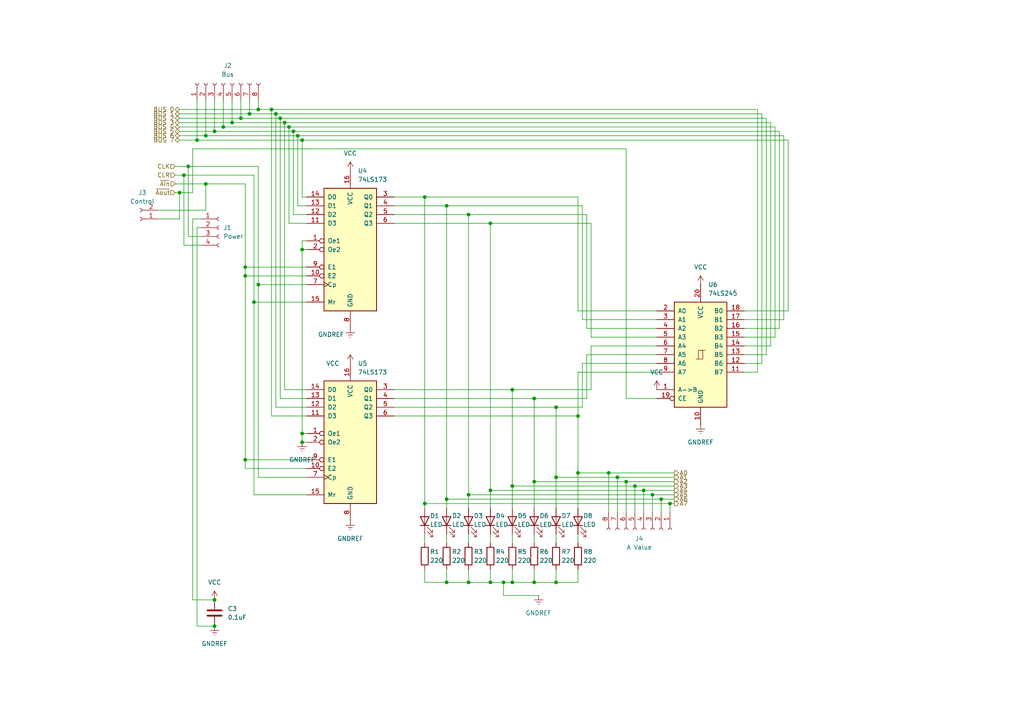
<source format=kicad_sch>
(kicad_sch (version 20231120) (generator "eeschema") (generator_version "8.0")
  (paper "A4")
  (lib_symbols
    (symbol "74xx:74LS173" (pin_names (offset 1.016))
      (property "Reference" "U" (at -7.62 19.05 0))
      (property "Value" "74LS173" (at -7.62 -19.05 0))
      (symbol "74LS173_1_0"
        (pin input inverted (at -12.7 2.54 0) (length 5.08) (name "Oe1") (number "1"))
        (pin input inverted (at -12.7 -7.62 0) (length 5.08) (name "E2") (number "10"))
        (pin input line (at -12.7 7.62 0) (length 5.08) (name "D3") (number "11"))
        (pin input line (at -12.7 10.16 0) (length 5.08) (name "D2") (number "12"))
        (pin input line (at -12.7 12.7 0) (length 5.08) (name "D1") (number "13"))
        (pin input line (at -12.7 15.24 0) (length 5.08) (name "D0") (number "14"))
        (pin input line (at -12.7 -15.24 0) (length 5.08) (name "Mr") (number "15"))
        (pin power_in line (at 0 22.86 270) (length 5.08) (name "VCC") (number "16"))
        (pin input inverted (at -12.7 0 0) (length 5.08) (name "Oe2") (number "2"))
        (pin tri_state line (at 12.7 15.24 180) (length 5.08) (name "Q0") (number "3"))
        (pin tri_state line (at 12.7 12.7 180) (length 5.08) (name "Q1") (number "4"))
        (pin tri_state line (at 12.7 10.16 180) (length 5.08) (name "Q2") (number "5"))
        (pin tri_state line (at 12.7 7.62 180) (length 5.08) (name "Q3") (number "6"))
        (pin input clock (at -12.7 -10.16 0) (length 5.08) (name "Cp") (number "7"))
        (pin power_in line (at 0 -22.86 90) (length 5.08) (name "GND") (number "8"))
        (pin input inverted (at -12.7 -5.08 0) (length 5.08) (name "E1") (number "9"))
      )
      (symbol "74LS173_1_1"
        (rectangle (start -7.62 17.78) (end 7.62 -17.78) (stroke (width 0.254)) (fill (type background)))
      )
    )
    (symbol "74xx:74LS245" (pin_names (offset 1.016))
      (property "Reference" "U" (at -7.62 16.51 0))
      (property "Value" "74LS245" (at -7.62 -16.51 0))
      (symbol "74LS245_1_0"
        (polyline (pts (xy -0.635 -1.27) (xy -0.635 1.27) (xy 0.635 1.27)))
        (polyline (pts (xy -1.27 -1.27) (xy 0.635 -1.27) (xy 0.635 1.27) (xy 1.27 1.27)))
        (pin input line (at -12.7 -10.16 0) (length 5.08) (name "A->B") (number "1"))
        (pin power_in line (at 0 -20.32 90) (length 5.08) (name "GND") (number "10"))
        (pin tri_state line (at 12.7 -5.08 180) (length 5.08) (name "B7") (number "11"))
        (pin tri_state line (at 12.7 -2.54 180) (length 5.08) (name "B6") (number "12"))
        (pin tri_state line (at 12.7 0 180) (length 5.08) (name "B5") (number "13"))
        (pin tri_state line (at 12.7 2.54 180) (length 5.08) (name "B4") (number "14"))
        (pin tri_state line (at 12.7 5.08 180) (length 5.08) (name "B3") (number "15"))
        (pin tri_state line (at 12.7 7.62 180) (length 5.08) (name "B2") (number "16"))
        (pin tri_state line (at 12.7 10.16 180) (length 5.08) (name "B1") (number "17"))
        (pin tri_state line (at 12.7 12.7 180) (length 5.08) (name "B0") (number "18"))
        (pin input inverted (at -12.7 -12.7 0) (length 5.08) (name "CE") (number "19"))
        (pin tri_state line (at -12.7 12.7 0) (length 5.08) (name "A0") (number "2"))
        (pin power_in line (at 0 20.32 270) (length 5.08) (name "VCC") (number "20"))
        (pin tri_state line (at -12.7 10.16 0) (length 5.08) (name "A1") (number "3"))
        (pin tri_state line (at -12.7 7.62 0) (length 5.08) (name "A2") (number "4"))
        (pin tri_state line (at -12.7 5.08 0) (length 5.08) (name "A3") (number "5"))
        (pin tri_state line (at -12.7 2.54 0) (length 5.08) (name "A4") (number "6"))
        (pin tri_state line (at -12.7 0 0) (length 5.08) (name "A5") (number "7"))
        (pin tri_state line (at -12.7 -2.54 0) (length 5.08) (name "A6") (number "8"))
        (pin tri_state line (at -12.7 -5.08 0) (length 5.08) (name "A7") (number "9"))
      )
      (symbol "74LS245_1_1"
        (rectangle (start -7.62 15.24) (end 7.62 -15.24) (stroke (width 0.254)) (fill (type background)))
      )
    )
    (symbol "Connector:Conn_01x02_Socket" (pin_names (offset 1.016) hide)
      (property "Reference" "J" (at 0 2.54 0))
      (property "Value" "Conn_01x02_Socket" (at 0 -5.08 0))
      (symbol "Conn_01x02_Socket_1_1"
        (arc (start 0 -2.032) (mid -0.5058 -2.54) (end 0 -3.048) (stroke (width 0.1524)))
        (polyline (pts (xy -1.27 -2.54) (xy -0.508 -2.54)) (stroke (width 0.1524)))
        (polyline (pts (xy -1.27 0) (xy -0.508 0)) (stroke (width 0.1524)))
        (arc (start 0 0.508) (mid -0.5058 0) (end 0 -0.508) (stroke (width 0.1524)))
        (pin passive line (at -5.08 0 0) (length 3.81) (name "Pin_1") (number "1"))
        (pin passive line (at -5.08 -2.54 0) (length 3.81) (name "Pin_2") (number "2"))
      )
    )
    (symbol "Connector:Conn_01x04_Socket" (pin_names (offset 1.016) hide)
      (property "Reference" "J" (at 0 5.08 0))
      (property "Value" "Conn_01x04_Socket" (at 0 -7.62 0))
      (symbol "Conn_01x04_Socket_1_1"
        (arc (start 0 -4.572) (mid -0.5058 -5.08) (end 0 -5.588) (stroke (width 0.1524)))
        (arc (start 0 -2.032) (mid -0.5058 -2.54) (end 0 -3.048) (stroke (width 0.1524)))
        (polyline (pts (xy -1.27 -5.08) (xy -0.508 -5.08)) (stroke (width 0.1524)))
        (polyline (pts (xy -1.27 -2.54) (xy -0.508 -2.54)) (stroke (width 0.1524)))
        (polyline (pts (xy -1.27 0) (xy -0.508 0)) (stroke (width 0.1524)))
        (polyline (pts (xy -1.27 2.54) (xy -0.508 2.54)) (stroke (width 0.1524)))
        (arc (start 0 0.508) (mid -0.5058 0) (end 0 -0.508) (stroke (width 0.1524)))
        (arc (start 0 3.048) (mid -0.5058 2.54) (end 0 2.032) (stroke (width 0.1524)))
        (pin passive line (at -5.08 2.54 0) (length 3.81) (name "Pin_1") (number "1"))
        (pin passive line (at -5.08 0 0) (length 3.81) (name "Pin_2") (number "2"))
        (pin passive line (at -5.08 -2.54 0) (length 3.81) (name "Pin_3") (number "3"))
        (pin passive line (at -5.08 -5.08 0) (length 3.81) (name "Pin_4") (number "4"))
      )
    )
    (symbol "Connector:Conn_01x08_Socket" (pin_names (offset 1.016) hide)
      (property "Reference" "J" (at 0 10.16 0))
      (property "Value" "Conn_01x08_Socket" (at 0 -12.7 0))
      (symbol "Conn_01x08_Socket_1_1"
        (arc (start 0 -9.652) (mid -0.5058 -10.16) (end 0 -10.668) (stroke (width 0.1524)))
        (arc (start 0 -7.112) (mid -0.5058 -7.62) (end 0 -8.128) (stroke (width 0.1524)))
        (arc (start 0 -4.572) (mid -0.5058 -5.08) (end 0 -5.588) (stroke (width 0.1524)))
        (arc (start 0 -2.032) (mid -0.5058 -2.54) (end 0 -3.048) (stroke (width 0.1524)))
        (polyline (pts (xy -1.27 -10.16) (xy -0.508 -10.16)) (stroke (width 0.1524)))
        (polyline (pts (xy -1.27 -7.62) (xy -0.508 -7.62)) (stroke (width 0.1524)))
        (polyline (pts (xy -1.27 -5.08) (xy -0.508 -5.08)) (stroke (width 0.1524)))
        (polyline (pts (xy -1.27 -2.54) (xy -0.508 -2.54)) (stroke (width 0.1524)))
        (polyline (pts (xy -1.27 0) (xy -0.508 0)) (stroke (width 0.1524)))
        (polyline (pts (xy -1.27 2.54) (xy -0.508 2.54)) (stroke (width 0.1524)))
        (polyline (pts (xy -1.27 5.08) (xy -0.508 5.08)) (stroke (width 0.1524)))
        (polyline (pts (xy -1.27 7.62) (xy -0.508 7.62)) (stroke (width 0.1524)))
        (arc (start 0 0.508) (mid -0.5058 0) (end 0 -0.508) (stroke (width 0.1524)))
        (arc (start 0 3.048) (mid -0.5058 2.54) (end 0 2.032) (stroke (width 0.1524)))
        (arc (start 0 5.588) (mid -0.5058 5.08) (end 0 4.572) (stroke (width 0.1524)))
        (arc (start 0 8.128) (mid -0.5058 7.62) (end 0 7.112) (stroke (width 0.1524)))
        (pin passive line (at -5.08 7.62 0) (length 3.81) (name "Pin_1") (number "1"))
        (pin passive line (at -5.08 5.08 0) (length 3.81) (name "Pin_2") (number "2"))
        (pin passive line (at -5.08 2.54 0) (length 3.81) (name "Pin_3") (number "3"))
        (pin passive line (at -5.08 0 0) (length 3.81) (name "Pin_4") (number "4"))
        (pin passive line (at -5.08 -2.54 0) (length 3.81) (name "Pin_5") (number "5"))
        (pin passive line (at -5.08 -5.08 0) (length 3.81) (name "Pin_6") (number "6"))
        (pin passive line (at -5.08 -7.62 0) (length 3.81) (name "Pin_7") (number "7"))
        (pin passive line (at -5.08 -10.16 0) (length 3.81) (name "Pin_8") (number "8"))
      )
    )
    (symbol "Device:C" (pin_numbers hide) (pin_names (offset 0.254))
      (property "Reference" "C" (at 0.635 2.54 0))
      (property "Value" "C" (at 0.635 -2.54 0))
      (symbol "C_0_1"
        (polyline (pts (xy -2.032 -0.762) (xy 2.032 -0.762)) (stroke (width 0.508)))
        (polyline (pts (xy -2.032 0.762) (xy 2.032 0.762)) (stroke (width 0.508)))
      )
      (symbol "C_1_1"
        (pin passive line (at 0 3.81 270) (length 2.794) (name "~") (number "1"))
        (pin passive line (at 0 -3.81 90) (length 2.794) (name "~") (number "2"))
      )
    )
    (symbol "Device:LED" (pin_numbers hide) (pin_names (offset 1.016) hide)
      (property "Reference" "D" (at 0 2.54 0))
      (property "Value" "LED" (at 0 -2.54 0))
      (symbol "LED_0_1"
        (polyline (pts (xy -1.27 -1.27) (xy -1.27 1.27)) (stroke (width 0.254)))
        (polyline (pts (xy -1.27 0) (xy 1.27 0)))
        (polyline (pts (xy 1.27 -1.27) (xy 1.27 1.27) (xy -1.27 0) (xy 1.27 -1.27)) (stroke (width 0.254)))
        (polyline (pts (xy -3.048 -0.762) (xy -4.572 -2.286) (xy -3.81 -2.286) (xy -4.572 -2.286) (xy -4.572 -1.524)))
        (polyline (pts (xy -1.778 -0.762) (xy -3.302 -2.286) (xy -2.54 -2.286) (xy -3.302 -2.286) (xy -3.302 -1.524)))
      )
      (symbol "LED_1_1"
        (pin passive line (at -3.81 0 0) (length 2.54) (name "K") (number "1"))
        (pin passive line (at 3.81 0 180) (length 2.54) (name "A") (number "2"))
      )
    )
    (symbol "Device:R" (pin_numbers hide) (pin_names (offset 0))
      (property "Reference" "R" (at 2.032 0 90))
      (property "Value" "R" (at 0 0 90))
      (symbol "R_0_1"
        (rectangle (start -1.016 -2.54) (end 1.016 2.54) (stroke (width 0.254)))
      )
      (symbol "R_1_1"
        (pin passive line (at 0 3.81 270) (length 1.27) (name "~") (number "1"))
        (pin passive line (at 0 -3.81 90) (length 1.27) (name "~") (number "2"))
      )
    )
    (symbol "power:GNDREF" (power) (pin_numbers hide) (pin_names (offset 0) hide)
      (property "Value" "GNDREF" (at 0 -3.81 0))
      (symbol "GNDREF_0_1"
        (polyline (pts (xy -0.635 -1.905) (xy 0.635 -1.905)))
        (polyline (pts (xy -0.127 -2.54) (xy 0.127 -2.54)))
        (polyline (pts (xy 0 -1.27) (xy 0 0)))
        (polyline (pts (xy 1.27 -1.27) (xy -1.27 -1.27)))
      )
      (symbol "GNDREF_1_1"
        (pin power_in line (at 0 0 270) (length 0) (name "~") (number "1"))
      )
    )
    (symbol "power:VCC" (power) (pin_numbers hide) (pin_names (offset 0) hide)
      (property "Value" "VCC" (at 0 3.556 0))
      (symbol "VCC_0_1"
        (polyline (pts (xy -0.762 1.27) (xy 0 2.54)))
        (polyline (pts (xy 0 0) (xy 0 2.54)))
        (polyline (pts (xy 0 2.54) (xy 0.762 1.27)))
      )
      (symbol "VCC_1_1"
        (pin power_in line (at 0 0 90) (length 0) (name "~") (number "1"))
      )
    )
  )
  (junction (at 167.64 137.16))
  (junction (at 62.23 173.99))
  (junction (at 71.12 77.47))
  (junction (at 135.89 168.91))
  (junction (at 161.29 118.11))
  (junction (at 52.07 55.88))
  (junction (at 64.77 36.83))
  (junction (at 123.19 146.05))
  (junction (at 85.09 38.1))
  (junction (at 154.94 139.7))
  (junction (at 142.24 64.77))
  (junction (at 161.29 138.43))
  (junction (at 81.28 34.29))
  (junction (at 69.85 34.29))
  (junction (at 142.24 168.91))
  (junction (at 78.74 31.75))
  (junction (at 191.77 144.78))
  (junction (at 146.05 168.91))
  (junction (at 71.12 133.35))
  (junction (at 86.36 39.37))
  (junction (at 179.07 138.43))
  (junction (at 82.55 35.56))
  (junction (at 184.15 140.97))
  (junction (at 135.89 143.51))
  (junction (at 161.29 168.91))
  (junction (at 142.24 142.24))
  (junction (at 148.59 113.03))
  (junction (at 189.23 143.51))
  (junction (at 53.34 50.8))
  (junction (at 129.54 59.69))
  (junction (at 54.61 48.26))
  (junction (at 186.69 142.24))
  (junction (at 83.82 36.83))
  (junction (at 73.66 87.63))
  (junction (at 176.53 137.16))
  (junction (at 72.39 33.02))
  (junction (at 148.59 168.91))
  (junction (at 87.63 128.27))
  (junction (at 57.15 40.64))
  (junction (at 87.63 125.73))
  (junction (at 135.89 62.23))
  (junction (at 87.63 40.64))
  (junction (at 181.61 139.7))
  (junction (at 74.93 31.75))
  (junction (at 154.94 168.91))
  (junction (at 62.23 181.61))
  (junction (at 167.64 120.65))
  (junction (at 74.93 82.55))
  (junction (at 59.69 39.37))
  (junction (at 194.31 146.05))
  (junction (at 129.54 168.91))
  (junction (at 67.31 35.56))
  (junction (at 80.01 33.02))
  (junction (at 87.63 72.39))
  (junction (at 148.59 140.97))
  (junction (at 59.69 53.34))
  (junction (at 123.19 57.15))
  (junction (at 129.54 144.78))
  (junction (at 62.23 38.1))
  (junction (at 154.94 115.57))
  (junction (at 71.12 80.01))
  (wire (pts (xy 82.55 35.56) (xy 223.52 35.56)))
  (wire (pts (xy 176.53 137.16) (xy 176.53 148.59)))
  (wire (pts (xy 67.31 35.56) (xy 82.55 35.56)))
  (wire (pts (xy 71.12 77.47) (xy 71.12 80.01)))
  (wire (pts (xy 87.63 125.73) (xy 87.63 128.27)))
  (wire (pts (xy 74.93 48.26) (xy 74.93 82.55)))
  (wire (pts (xy 57.15 181.61) (xy 62.23 181.61)))
  (wire (pts (xy 114.3 113.03) (xy 148.59 113.03)))
  (wire (pts (xy 142.24 142.24) (xy 186.69 142.24)))
  (wire (pts (xy 170.18 95.25) (xy 170.18 62.23)))
  (wire (pts (xy 52.07 33.02) (xy 72.39 33.02)))
  (wire (pts (xy 50.8 53.34) (xy 59.69 53.34)))
  (wire (pts (xy 154.94 165.1) (xy 154.94 168.91)))
  (wire (pts (xy 181.61 139.7) (xy 195.58 139.7)))
  (wire (pts (xy 52.07 34.29) (xy 69.85 34.29)))
  (wire (pts (xy 167.64 90.17) (xy 190.5 90.17)))
  (wire (pts (xy 135.89 154.94) (xy 135.89 157.48)))
  (wire (pts (xy 154.94 168.91) (xy 148.59 168.91)))
  (wire (pts (xy 59.69 39.37) (xy 86.36 39.37)))
  (wire (pts (xy 78.74 120.65) (xy 78.74 31.75)))
  (wire (pts (xy 135.89 62.23) (xy 135.89 143.51)))
  (wire (pts (xy 179.07 148.59) (xy 179.07 138.43)))
  (wire (pts (xy 142.24 64.77) (xy 171.45 64.77)))
  (wire (pts (xy 87.63 72.39) (xy 87.63 125.73)))
  (wire (pts (xy 85.09 38.1) (xy 226.06 38.1)))
  (wire (pts (xy 167.64 137.16) (xy 176.53 137.16)))
  (wire (pts (xy 129.54 59.69) (xy 168.91 59.69)))
  (wire (pts (xy 189.23 148.59) (xy 189.23 143.51)))
  (wire (pts (xy 55.88 43.18) (xy 55.88 55.88)))
  (wire (pts (xy 71.12 53.34) (xy 71.12 77.47)))
  (wire (pts (xy 135.89 143.51) (xy 135.89 147.32)))
  (wire (pts (xy 87.63 72.39) (xy 88.9 72.39)))
  (wire (pts (xy 170.18 95.25) (xy 190.5 95.25)))
  (wire (pts (xy 129.54 154.94) (xy 129.54 157.48)))
  (wire (pts (xy 129.54 144.78) (xy 129.54 147.32)))
  (wire (pts (xy 171.45 64.77) (xy 171.45 97.79)))
  (wire (pts (xy 154.94 115.57) (xy 154.94 139.7)))
  (wire (pts (xy 52.07 39.37) (xy 59.69 39.37)))
  (wire (pts (xy 167.64 120.65) (xy 167.64 107.95)))
  (wire (pts (xy 87.63 69.85) (xy 87.63 72.39)))
  (wire (pts (xy 45.72 63.5) (xy 52.07 63.5)))
  (wire (pts (xy 129.54 59.69) (xy 129.54 144.78)))
  (wire (pts (xy 52.07 31.75) (xy 74.93 31.75)))
  (wire (pts (xy 123.19 146.05) (xy 123.19 147.32)))
  (wire (pts (xy 54.61 48.26) (xy 74.93 48.26)))
  (wire (pts (xy 53.34 71.12) (xy 53.34 50.8)))
  (wire (pts (xy 168.91 105.41) (xy 168.91 118.11)))
  (wire (pts (xy 78.74 31.75) (xy 219.71 31.75)))
  (wire (pts (xy 59.69 29.21) (xy 59.69 39.37)))
  (wire (pts (xy 167.64 168.91) (xy 161.29 168.91)))
  (wire (pts (xy 215.9 95.25) (xy 226.06 95.25)))
  (wire (pts (xy 59.69 60.96) (xy 59.69 53.34)))
  (wire (pts (xy 88.9 59.69) (xy 86.36 59.69)))
  (wire (pts (xy 55.88 55.88) (xy 52.07 55.88)))
  (wire (pts (xy 83.82 36.83) (xy 224.79 36.83)))
  (wire (pts (xy 69.85 34.29) (xy 81.28 34.29)))
  (wire (pts (xy 114.3 57.15) (xy 123.19 57.15)))
  (wire (pts (xy 142.24 64.77) (xy 142.24 142.24)))
  (wire (pts (xy 83.82 64.77) (xy 83.82 36.83)))
  (wire (pts (xy 52.07 35.56) (xy 67.31 35.56)))
  (wire (pts (xy 88.9 64.77) (xy 83.82 64.77)))
  (wire (pts (xy 86.36 59.69) (xy 86.36 39.37)))
  (wire (pts (xy 72.39 29.21) (xy 72.39 33.02)))
  (wire (pts (xy 189.23 143.51) (xy 195.58 143.51)))
  (wire (pts (xy 142.24 142.24) (xy 142.24 147.32)))
  (wire (pts (xy 170.18 102.87) (xy 190.5 102.87)))
  (wire (pts (xy 154.94 115.57) (xy 170.18 115.57)))
  (wire (pts (xy 114.3 120.65) (xy 167.64 120.65)))
  (wire (pts (xy 87.63 128.27) (xy 88.9 128.27)))
  (wire (pts (xy 154.94 139.7) (xy 154.94 147.32)))
  (wire (pts (xy 215.9 100.33) (xy 223.52 100.33)))
  (wire (pts (xy 184.15 140.97) (xy 195.58 140.97)))
  (wire (pts (xy 80.01 33.02) (xy 220.98 33.02)))
  (wire (pts (xy 194.31 146.05) (xy 195.58 146.05)))
  (wire (pts (xy 88.9 120.65) (xy 78.74 120.65)))
  (wire (pts (xy 161.29 168.91) (xy 154.94 168.91)))
  (wire (pts (xy 215.9 97.79) (xy 224.79 97.79)))
  (wire (pts (xy 142.24 165.1) (xy 142.24 168.91)))
  (wire (pts (xy 186.69 142.24) (xy 186.69 148.59)))
  (wire (pts (xy 123.19 57.15) (xy 167.64 57.15)))
  (wire (pts (xy 181.61 43.18) (xy 55.88 43.18)))
  (wire (pts (xy 179.07 138.43) (xy 195.58 138.43)))
  (wire (pts (xy 88.9 62.23) (xy 85.09 62.23)))
  (wire (pts (xy 86.36 39.37) (xy 227.33 39.37)))
  (wire (pts (xy 87.63 40.64) (xy 228.6 40.64)))
  (wire (pts (xy 161.29 138.43) (xy 179.07 138.43)))
  (wire (pts (xy 80.01 118.11) (xy 80.01 33.02)))
  (wire (pts (xy 123.19 57.15) (xy 123.19 146.05)))
  (wire (pts (xy 167.64 57.15) (xy 167.64 90.17)))
  (wire (pts (xy 161.29 118.11) (xy 168.91 118.11)))
  (wire (pts (xy 135.89 143.51) (xy 189.23 143.51)))
  (wire (pts (xy 58.42 63.5) (xy 55.88 63.5)))
  (wire (pts (xy 194.31 146.05) (xy 194.31 148.59)))
  (wire (pts (xy 87.63 40.64) (xy 87.63 57.15)))
  (wire (pts (xy 142.24 168.91) (xy 146.05 168.91)))
  (wire (pts (xy 88.9 69.85) (xy 87.63 69.85)))
  (wire (pts (xy 55.88 173.99) (xy 62.23 173.99)))
  (wire (pts (xy 73.66 87.63) (xy 88.9 87.63)))
  (wire (pts (xy 74.93 29.21) (xy 74.93 31.75)))
  (wire (pts (xy 168.91 105.41) (xy 190.5 105.41)))
  (wire (pts (xy 176.53 137.16) (xy 195.58 137.16)))
  (wire (pts (xy 227.33 92.71) (xy 227.33 39.37)))
  (wire (pts (xy 191.77 144.78) (xy 191.77 148.59)))
  (wire (pts (xy 123.19 168.91) (xy 129.54 168.91)))
  (wire (pts (xy 186.69 142.24) (xy 195.58 142.24)))
  (wire (pts (xy 135.89 165.1) (xy 135.89 168.91)))
  (wire (pts (xy 123.19 146.05) (xy 194.31 146.05)))
  (wire (pts (xy 64.77 36.83) (xy 83.82 36.83)))
  (wire (pts (xy 222.25 34.29) (xy 222.25 102.87)))
  (wire (pts (xy 154.94 139.7) (xy 181.61 139.7)))
  (wire (pts (xy 168.91 59.69) (xy 168.91 92.71)))
  (wire (pts (xy 88.9 113.03) (xy 82.55 113.03)))
  (wire (pts (xy 129.54 165.1) (xy 129.54 168.91)))
  (wire (pts (xy 161.29 165.1) (xy 161.29 168.91)))
  (wire (pts (xy 146.05 168.91) (xy 146.05 172.72)))
  (wire (pts (xy 171.45 97.79) (xy 190.5 97.79)))
  (wire (pts (xy 171.45 113.03) (xy 171.45 100.33)))
  (wire (pts (xy 215.9 92.71) (xy 227.33 92.71)))
  (wire (pts (xy 74.93 138.43) (xy 88.9 138.43)))
  (wire (pts (xy 171.45 100.33) (xy 190.5 100.33)))
  (wire (pts (xy 190.5 115.57) (xy 181.61 115.57)))
  (wire (pts (xy 135.89 168.91) (xy 142.24 168.91)))
  (wire (pts (xy 59.69 53.34) (xy 71.12 53.34)))
  (wire (pts (xy 114.3 64.77) (xy 142.24 64.77)))
  (wire (pts (xy 114.3 115.57) (xy 154.94 115.57)))
  (wire (pts (xy 184.15 148.59) (xy 184.15 140.97)))
  (wire (pts (xy 161.29 154.94) (xy 161.29 157.48)))
  (wire (pts (xy 161.29 138.43) (xy 161.29 147.32)))
  (wire (pts (xy 71.12 135.89) (xy 88.9 135.89)))
  (wire (pts (xy 88.9 118.11) (xy 80.01 118.11)))
  (wire (pts (xy 148.59 168.91) (xy 146.05 168.91)))
  (wire (pts (xy 52.07 36.83) (xy 64.77 36.83)))
  (wire (pts (xy 62.23 29.21) (xy 62.23 38.1)))
  (wire (pts (xy 228.6 90.17) (xy 228.6 40.64)))
  (wire (pts (xy 54.61 68.58) (xy 54.61 48.26)))
  (wire (pts (xy 71.12 133.35) (xy 71.12 135.89)))
  (wire (pts (xy 81.28 34.29) (xy 81.28 115.57)))
  (wire (pts (xy 85.09 62.23) (xy 85.09 38.1)))
  (wire (pts (xy 55.88 63.5) (xy 55.88 173.99)))
  (wire (pts (xy 219.71 31.75) (xy 219.71 107.95)))
  (wire (pts (xy 167.64 137.16) (xy 167.64 147.32)))
  (wire (pts (xy 74.93 82.55) (xy 74.93 138.43)))
  (wire (pts (xy 129.54 168.91) (xy 135.89 168.91)))
  (wire (pts (xy 50.8 48.26) (xy 54.61 48.26)))
  (wire (pts (xy 52.07 40.64) (xy 57.15 40.64)))
  (wire (pts (xy 114.3 59.69) (xy 129.54 59.69)))
  (wire (pts (xy 45.72 60.96) (xy 59.69 60.96)))
  (wire (pts (xy 62.23 38.1) (xy 85.09 38.1)))
  (wire (pts (xy 73.66 143.51) (xy 88.9 143.51)))
  (wire (pts (xy 181.61 148.59) (xy 181.61 139.7)))
  (wire (pts (xy 52.07 63.5) (xy 52.07 55.88)))
  (wire (pts (xy 73.66 50.8) (xy 73.66 87.63)))
  (wire (pts (xy 71.12 80.01) (xy 71.12 133.35)))
  (wire (pts (xy 148.59 140.97) (xy 148.59 147.32)))
  (wire (pts (xy 170.18 62.23) (xy 135.89 62.23)))
  (wire (pts (xy 167.64 154.94) (xy 167.64 157.48)))
  (wire (pts (xy 67.31 29.21) (xy 67.31 35.56)))
  (wire (pts (xy 146.05 172.72) (xy 156.21 172.72)))
  (wire (pts (xy 129.54 144.78) (xy 191.77 144.78)))
  (wire (pts (xy 71.12 133.35) (xy 88.9 133.35)))
  (wire (pts (xy 123.19 165.1) (xy 123.19 168.91)))
  (wire (pts (xy 223.52 35.56) (xy 223.52 100.33)))
  (wire (pts (xy 52.07 55.88) (xy 50.8 55.88)))
  (wire (pts (xy 64.77 29.21) (xy 64.77 36.83)))
  (wire (pts (xy 123.19 154.94) (xy 123.19 157.48)))
  (wire (pts (xy 57.15 29.21) (xy 57.15 40.64)))
  (wire (pts (xy 148.59 165.1) (xy 148.59 168.91)))
  (wire (pts (xy 154.94 154.94) (xy 154.94 157.48)))
  (wire (pts (xy 57.15 66.04) (xy 57.15 181.61)))
  (wire (pts (xy 181.61 115.57) (xy 181.61 43.18)))
  (wire (pts (xy 87.63 125.73) (xy 88.9 125.73)))
  (wire (pts (xy 167.64 107.95) (xy 190.5 107.95)))
  (wire (pts (xy 220.98 33.02) (xy 220.98 105.41)))
  (wire (pts (xy 161.29 118.11) (xy 161.29 138.43)))
  (wire (pts (xy 191.77 144.78) (xy 195.58 144.78)))
  (wire (pts (xy 81.28 34.29) (xy 222.25 34.29)))
  (wire (pts (xy 224.79 97.79) (xy 224.79 36.83)))
  (wire (pts (xy 58.42 68.58) (xy 54.61 68.58)))
  (wire (pts (xy 148.59 113.03) (xy 171.45 113.03)))
  (wire (pts (xy 168.91 92.71) (xy 190.5 92.71)))
  (wire (pts (xy 57.15 40.64) (xy 87.63 40.64)))
  (wire (pts (xy 226.06 95.25) (xy 226.06 38.1)))
  (wire (pts (xy 88.9 77.47) (xy 71.12 77.47)))
  (wire (pts (xy 215.9 107.95) (xy 219.71 107.95)))
  (wire (pts (xy 114.3 118.11) (xy 161.29 118.11)))
  (wire (pts (xy 58.42 71.12) (xy 53.34 71.12)))
  (wire (pts (xy 167.64 120.65) (xy 167.64 137.16)))
  (wire (pts (xy 69.85 29.21) (xy 69.85 34.29)))
  (wire (pts (xy 170.18 115.57) (xy 170.18 102.87)))
  (wire (pts (xy 53.34 50.8) (xy 73.66 50.8)))
  (wire (pts (xy 58.42 66.04) (xy 57.15 66.04)))
  (wire (pts (xy 215.9 102.87) (xy 222.25 102.87)))
  (wire (pts (xy 167.64 165.1) (xy 167.64 168.91)))
  (wire (pts (xy 88.9 57.15) (xy 87.63 57.15)))
  (wire (pts (xy 114.3 62.23) (xy 135.89 62.23)))
  (wire (pts (xy 148.59 154.94) (xy 148.59 157.48)))
  (wire (pts (xy 82.55 113.03) (xy 82.55 35.56)))
  (wire (pts (xy 148.59 140.97) (xy 184.15 140.97)))
  (wire (pts (xy 73.66 87.63) (xy 73.66 143.51)))
  (wire (pts (xy 74.93 31.75) (xy 78.74 31.75)))
  (wire (pts (xy 50.8 50.8) (xy 53.34 50.8)))
  (wire (pts (xy 71.12 80.01) (xy 88.9 80.01)))
  (wire (pts (xy 215.9 90.17) (xy 228.6 90.17)))
  (wire (pts (xy 142.24 154.94) (xy 142.24 157.48)))
  (wire (pts (xy 215.9 105.41) (xy 220.98 105.41)))
  (wire (pts (xy 148.59 113.03) (xy 148.59 140.97)))
  (wire (pts (xy 74.93 82.55) (xy 88.9 82.55)))
  (wire (pts (xy 52.07 38.1) (xy 62.23 38.1)))
  (wire (pts (xy 72.39 33.02) (xy 80.01 33.02)))
  (wire (pts (xy 81.28 115.57) (xy 88.9 115.57)))
  (hierarchical_label "~{Aout}" (shape input) (at 50.8 55.88 180))
  (hierarchical_label "~{Ain}" (shape input) (at 50.8 53.34 180))
  (hierarchical_label "A7" (shape output) (at 195.58 146.05 0))
  (hierarchical_label "A4" (shape output) (at 195.58 142.24 0))
  (hierarchical_label "CLK" (shape input) (at 50.8 48.26 180))
  (hierarchical_label "BUS 0" (shape tri_state) (at 52.07 31.75 180))
  (hierarchical_label "CLR" (shape input) (at 50.8 50.8 180))
  (hierarchical_label "BUS 6" (shape tri_state) (at 52.07 39.37 180))
  (hierarchical_label "A5" (shape output) (at 195.58 143.51 0))
  (hierarchical_label "A1" (shape output) (at 195.58 138.43 0))
  (hierarchical_label "A3" (shape output) (at 195.58 140.97 0))
  (hierarchical_label "A2" (shape output) (at 195.58 139.7 0))
  (hierarchical_label "BUS 7" (shape tri_state) (at 52.07 40.64 180))
  (hierarchical_label "A0" (shape output) (at 195.58 137.16 0))
  (hierarchical_label "BUS 4" (shape tri_state) (at 52.07 36.83 180))
  (hierarchical_label "BUS 5" (shape tri_state) (at 52.07 38.1 180))
  (hierarchical_label "BUS 3" (shape tri_state) (at 52.07 35.56 180))
  (hierarchical_label "BUS 2" (shape tri_state) (at 52.07 34.29 180))
  (hierarchical_label "BUS 1" (shape tri_state) (at 52.07 33.02 180))
  (hierarchical_label "A6" (shape output) (at 195.58 144.78 0))
  (symbol (lib_id "power:VCC") (at 101.6 49.53 0) (unit 1)
    (property "Reference" "#PWR016" (effects (hide yes)))
    (property "Value" "VCC" (at 101.6 44.45 0))
    (property "Description" "Power symbol creates a global label with name \"VCC\"" (effects (hide yes)))
  )
  (symbol (lib_id "Device:LED") (at 154.94 151.13 90) (unit 1)
    (property "Reference" "D6" (at 156.464 149.606 90) (effects (justify right)))
    (property "Value" "LED" (at 156.464 152.146 90) (effects (justify right)))
    (property "Footprint" "LED_SMD:LED_1206_3216Metric_Pad1.42x1.75mm_HandSolder" (effects (hide yes)))
    (property "Description" "Light emitting diode" (effects (hide yes)))
  )
  (symbol (lib_id "Connector:Conn_01x02_Socket") (at 40.64 63.5 180) (unit 1)
    (property "Reference" "J3" (at 41.275 55.88 0))
    (property "Value" "Control" (at 41.275 58.42 0))
    (property "Footprint" "Connector_Molex:Molex_PicoBlade_53048-0210_1x02_P1.25mm_Horizontal" (effects (hide yes)))
    (property "Description" "Generic connector, single row, 01x02, script generated" (effects (hide yes)))
  )
  (symbol (lib_id "power:VCC") (at 203.2 82.55 0) (unit 1)
    (property "Reference" "#PWR017" (effects (hide yes)))
    (property "Value" "VCC" (at 203.2 77.47 0))
    (property "Description" "Power symbol creates a global label with name \"VCC\"" (effects (hide yes)))
  )
  (symbol (lib_id "Device:LED") (at 161.29 151.13 90) (unit 1)
    (property "Reference" "D7" (at 162.814 149.606 90) (effects (justify right)))
    (property "Value" "LED" (at 162.814 152.146 90) (effects (justify right)))
    (property "Footprint" "LED_SMD:LED_1206_3216Metric_Pad1.42x1.75mm_HandSolder" (effects (hide yes)))
    (property "Description" "Light emitting diode" (effects (hide yes)))
  )
  (symbol (lib_id "Device:R") (at 161.29 161.29 0) (unit 1)
    (property "Reference" "R7" (at 162.814 160.02 0) (effects (justify left)))
    (property "Value" "220" (at 162.814 162.56 0) (effects (justify left)))
    (property "Footprint" "Resistor_SMD:R_1206_3216Metric_Pad1.30x1.75mm_HandSolder" (effects (hide yes)))
    (property "Description" "Resistor" (effects (hide yes)))
  )
  (symbol (lib_id "Device:R") (at 135.89 161.29 0) (unit 1)
    (property "Reference" "R3" (at 137.414 160.02 0) (effects (justify left)))
    (property "Value" "220" (at 137.414 162.56 0) (effects (justify left)))
    (property "Footprint" "Resistor_SMD:R_1206_3216Metric_Pad1.30x1.75mm_HandSolder" (effects (hide yes)))
    (property "Description" "Resistor" (effects (hide yes)))
  )
  (symbol (lib_id "power:VCC") (at 190.5 113.03 0) (unit 1)
    (property "Reference" "#PWR01" (effects (hide yes)))
    (property "Value" "VCC" (at 190.5 107.95 0))
    (property "Description" "Power symbol creates a global label with name \"VCC\"" (effects (hide yes)))
  )
  (symbol (lib_id "power:VCC") (at 101.6 105.41 0) (unit 1)
    (property "Reference" "#PWR015" (effects (hide yes)))
    (property "Value" "VCC" (at 96.52 105.41 0))
    (property "Description" "Power symbol creates a global label with name \"VCC\"" (effects (hide yes)))
  )
  (symbol (lib_id "Device:R") (at 148.59 161.29 0) (unit 1)
    (property "Reference" "R5" (at 150.114 160.02 0) (effects (justify left)))
    (property "Value" "220" (at 150.114 162.56 0) (effects (justify left)))
    (property "Footprint" "Resistor_SMD:R_1206_3216Metric_Pad1.30x1.75mm_HandSolder" (effects (hide yes)))
    (property "Description" "Resistor" (effects (hide yes)))
  )
  (symbol (lib_id "74xx:74LS173") (at 101.6 72.39 0) (unit 1)
    (property "Reference" "U4" (at 103.7941 49.53 0) (effects (justify left)))
    (property "Value" "74LS173" (at 103.7941 52.07 0) (effects (justify left)))
    (property "Footprint" "Package_DIP:DIP-16_W7.62mm_Socket_LongPads" (effects (hide yes)))
    (property "Datasheet" "http://www.ti.com/lit/gpn/sn74LS173" (effects (hide yes)))
    (property "Description" "4-bit D-type Register, 3 state out" (effects (hide yes)))
  )
  (symbol (lib_id "power:GNDREF") (at 101.6 151.13 0) (unit 1)
    (property "Reference" "#PWR010" (effects (hide yes)))
    (property "Value" "GNDREF" (at 101.6 156.21 0))
    (property "Description" "Power symbol creates a global label with name \"GNDREF\" , reference supply ground" (effects (hide yes)))
  )
  (symbol (lib_id "power:GNDREF") (at 203.2 123.19 0) (unit 1)
    (property "Reference" "#PWR012" (effects (hide yes)))
    (property "Value" "GNDREF" (at 203.2 128.27 0))
    (property "Description" "Power symbol creates a global label with name \"GNDREF\" , reference supply ground" (effects (hide yes)))
  )
  (symbol (lib_id "Device:R") (at 167.64 161.29 0) (unit 1)
    (property "Reference" "R8" (at 169.164 160.02 0) (effects (justify left)))
    (property "Value" "220" (at 169.164 162.56 0) (effects (justify left)))
    (property "Footprint" "Resistor_SMD:R_1206_3216Metric_Pad1.30x1.75mm_HandSolder" (effects (hide yes)))
    (property "Description" "Resistor" (effects (hide yes)))
  )
  (symbol (lib_id "Connector:Conn_01x08_Socket") (at 186.69 153.67 270) (unit 1)
    (property "Reference" "J4" (at 185.42 156.21 90))
    (property "Value" "A Value" (at 185.42 158.75 90))
    (property "Footprint" "Connector_Molex:Molex_PicoBlade_53048-0810_1x08_P1.25mm_Horizontal" (effects (hide yes)))
    (property "Description" "Generic connector, single row, 01x08, script generated" (effects (hide yes)))
  )
  (symbol (lib_id "power:GNDREF") (at 87.63 128.27 0) (unit 1)
    (property "Reference" "#PWR02" (effects (hide yes)))
    (property "Value" "GNDREF" (at 87.63 133.35 0))
    (property "Description" "Power symbol creates a global label with name \"GNDREF\" , reference supply ground" (effects (hide yes)))
  )
  (symbol (lib_id "Device:LED") (at 148.59 151.13 90) (unit 1)
    (property "Reference" "D5" (at 150.114 149.606 90) (effects (justify right)))
    (property "Value" "LED" (at 150.114 152.146 90) (effects (justify right)))
    (property "Footprint" "LED_SMD:LED_1206_3216Metric_Pad1.42x1.75mm_HandSolder" (effects (hide yes)))
    (property "Description" "Light emitting diode" (effects (hide yes)))
  )
  (symbol (lib_id "Connector:Conn_01x08_Socket") (at 64.77 24.13 90) (unit 1)
    (property "Reference" "J2" (at 66.04 19.05 90))
    (property "Value" "Bus" (at 66.04 21.59 90))
    (property "Footprint" "Connector_Molex:Molex_PicoBlade_53048-0810_1x08_P1.25mm_Horizontal" (effects (hide yes)))
    (property "Description" "Generic connector, single row, 01x08, script generated" (effects (hide yes)))
  )
  (symbol (lib_id "Device:R") (at 129.54 161.29 0) (unit 1)
    (property "Reference" "R2" (at 131.064 160.02 0) (effects (justify left)))
    (property "Value" "220" (at 131.064 162.56 0) (effects (justify left)))
    (property "Footprint" "Resistor_SMD:R_1206_3216Metric_Pad1.30x1.75mm_HandSolder" (effects (hide yes)))
    (property "Description" "Resistor" (effects (hide yes)))
  )
  (symbol (lib_id "power:GNDREF") (at 156.21 172.72 0) (unit 1)
    (property "Reference" "#PWR09" (effects (hide yes)))
    (property "Value" "GNDREF" (at 156.21 177.8 0))
    (property "Description" "Power symbol creates a global label with name \"GNDREF\" , reference supply ground" (effects (hide yes)))
  )
  (symbol (lib_id "power:VCC") (at 62.23 173.99 0) (unit 1)
    (property "Reference" "#PWR014" (effects (hide yes)))
    (property "Value" "VCC" (at 62.23 168.91 0))
    (property "Description" "Power symbol creates a global label with name \"VCC\"" (effects (hide yes)))
  )
  (symbol (lib_id "power:GNDREF") (at 101.6 95.25 0) (unit 1)
    (property "Reference" "#PWR011" (effects (hide yes)))
    (property "Value" "GNDREF" (at 96.012 97.028 0))
    (property "Description" "Power symbol creates a global label with name \"GNDREF\" , reference supply ground" (effects (hide yes)))
  )
  (symbol (lib_id "Connector:Conn_01x04_Socket") (at 63.5 66.04 0) (unit 1)
    (property "Reference" "J1" (at 64.77 66.0399 0) (effects (justify left)))
    (property "Value" "Power" (at 64.77 68.5799 0) (effects (justify left)))
    (property "Footprint" "Connector_Molex:Molex_PicoBlade_53048-0410_1x04_P1.25mm_Horizontal" (effects (hide yes)))
    (property "Description" "Generic connector, single row, 01x04, script generated" (effects (hide yes)))
  )
  (symbol (lib_id "74xx:74LS173") (at 101.6 128.27 0) (unit 1)
    (property "Reference" "U5" (at 103.7941 105.41 0) (effects (justify left)))
    (property "Value" "74LS173" (at 103.7941 107.95 0) (effects (justify left)))
    (property "Footprint" "Package_DIP:DIP-16_W7.62mm_Socket_LongPads" (effects (hide yes)))
    (property "Datasheet" "http://www.ti.com/lit/gpn/sn74LS173" (effects (hide yes)))
    (property "Description" "4-bit D-type Register, 3 state out" (effects (hide yes)))
  )
  (symbol (lib_id "Device:C") (at 62.23 177.8 0) (unit 1)
    (property "Reference" "C3" (at 66.04 176.5299 0) (effects (justify left)))
    (property "Value" "0.1uF" (at 66.04 179.0699 0) (effects (justify left)))
    (property "Footprint" "Capacitor_SMD:C_1206_3216Metric_Pad1.33x1.80mm_HandSolder" (effects (hide yes)))
    (property "Description" "Unpolarized capacitor" (effects (hide yes)))
  )
  (symbol (lib_id "Device:LED") (at 129.54 151.13 90) (unit 1)
    (property "Reference" "D2" (at 131.064 149.606 90) (effects (justify right)))
    (property "Value" "LED" (at 131.064 152.146 90) (effects (justify right)))
    (property "Footprint" "LED_SMD:LED_1206_3216Metric_Pad1.42x1.75mm_HandSolder" (effects (hide yes)))
    (property "Description" "Light emitting diode" (effects (hide yes)))
  )
  (symbol (lib_id "power:GNDREF") (at 62.23 181.61 0) (unit 1)
    (property "Reference" "#PWR013" (effects (hide yes)))
    (property "Value" "GNDREF" (at 62.23 186.69 0))
    (property "Description" "Power symbol creates a global label with name \"GNDREF\" , reference supply ground" (effects (hide yes)))
  )
  (symbol (lib_id "74xx:74LS245") (at 203.2 102.87 0) (unit 1)
    (property "Reference" "U6" (at 205.3941 82.55 0) (effects (justify left)))
    (property "Value" "74LS245" (at 205.3941 85.09 0) (effects (justify left)))
    (property "Footprint" "Package_DIP:DIP-20_W7.62mm_Socket_LongPads" (effects (hide yes)))
    (property "Datasheet" "http://www.ti.com/lit/gpn/sn74LS245" (effects (hide yes)))
    (property "Description" "Octal BUS Transceivers, 3-State outputs" (effects (hide yes)))
  )
  (symbol (lib_id "Device:LED") (at 142.24 151.13 90) (unit 1)
    (property "Reference" "D4" (at 143.764 149.606 90) (effects (justify right)))
    (property "Value" "LED" (at 143.764 152.146 90) (effects (justify right)))
    (property "Footprint" "LED_SMD:LED_1206_3216Metric_Pad1.42x1.75mm_HandSolder" (effects (hide yes)))
    (property "Description" "Light emitting diode" (effects (hide yes)))
  )
  (symbol (lib_id "Device:LED") (at 167.64 151.13 90) (unit 1)
    (property "Reference" "D8" (at 169.164 149.606 90) (effects (justify right)))
    (property "Value" "LED" (at 169.164 152.146 90) (effects (justify right)))
    (property "Footprint" "LED_SMD:LED_1206_3216Metric_Pad1.42x1.75mm_HandSolder" (effects (hide yes)))
    (property "Description" "Light emitting diode" (effects (hide yes)))
  )
  (symbol (lib_id "Device:R") (at 123.19 161.29 0) (unit 1)
    (property "Reference" "R1" (at 124.714 160.02 0) (effects (justify left)))
    (property "Value" "220" (at 124.714 162.56 0) (effects (justify left)))
    (property "Footprint" "Resistor_SMD:R_1206_3216Metric_Pad1.30x1.75mm_HandSolder" (effects (hide yes)))
    (property "Description" "Resistor" (effects (hide yes)))
  )
  (symbol (lib_id "Device:R") (at 154.94 161.29 0) (unit 1)
    (property "Reference" "R6" (at 156.464 160.02 0) (effects (justify left)))
    (property "Value" "220" (at 156.464 162.56 0) (effects (justify left)))
    (property "Footprint" "Resistor_SMD:R_1206_3216Metric_Pad1.30x1.75mm_HandSolder" (effects (hide yes)))
    (property "Description" "Resistor" (effects (hide yes)))
  )
  (symbol (lib_id "Device:LED") (at 123.19 151.13 90) (unit 1)
    (property "Reference" "D1" (at 124.714 149.606 90) (effects (justify right)))
    (property "Value" "LED" (at 124.714 152.146 90) (effects (justify right)))
    (property "Footprint" "LED_SMD:LED_1206_3216Metric_Pad1.42x1.75mm_HandSolder" (effects (hide yes)))
    (property "Description" "Light emitting diode" (effects (hide yes)))
  )
  (symbol (lib_id "Device:R") (at 142.24 161.29 0) (unit 1)
    (property "Reference" "R4" (at 143.764 160.02 0) (effects (justify left)))
    (property "Value" "220" (at 143.764 162.56 0) (effects (justify left)))
    (property "Footprint" "Resistor_SMD:R_1206_3216Metric_Pad1.30x1.75mm_HandSolder" (effects (hide yes)))
    (property "Description" "Resistor" (effects (hide yes)))
  )
  (symbol (lib_id "Device:LED") (at 135.89 151.13 90) (unit 1)
    (property "Reference" "D3" (at 137.414 149.606 90) (effects (justify right)))
    (property "Value" "LED" (at 137.414 152.146 90) (effects (justify right)))
    (property "Footprint" "LED_SMD:LED_1206_3216Metric_Pad1.42x1.75mm_HandSolder" (effects (hide yes)))
    (property "Description" "Light emitting diode" (effects (hide yes)))
  )
)
</source>
